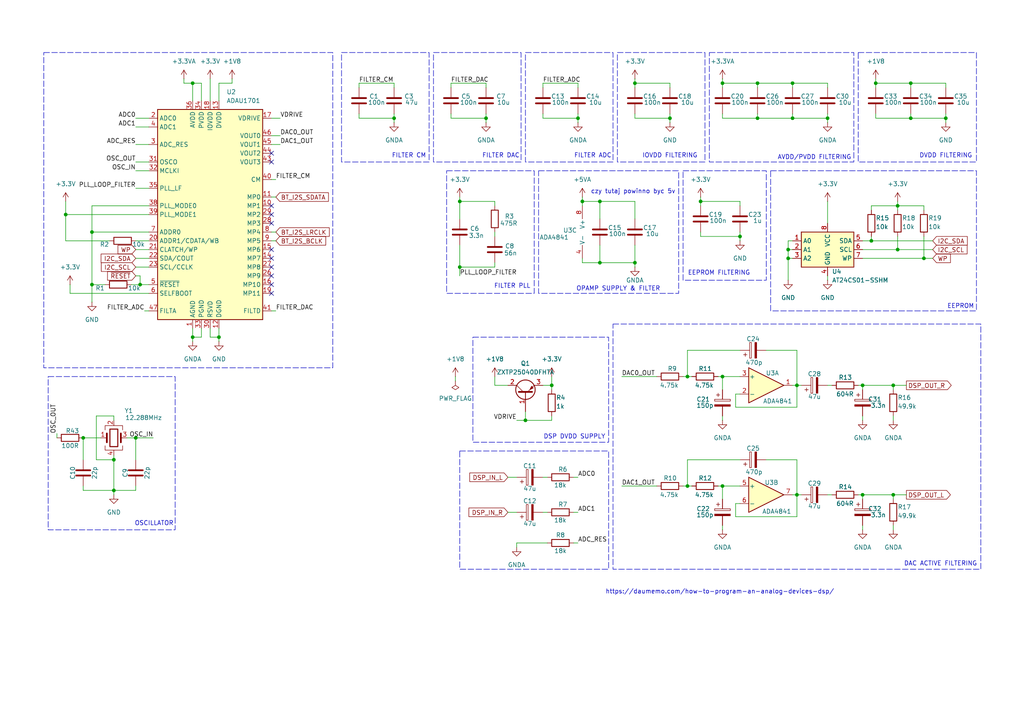
<source format=kicad_sch>
(kicad_sch (version 20231120) (generator "eeschema") (generator_version "8.0")
  (paper "A4")
  (junction (at 209.55 24.13))
  (junction (at 274.32 34.29))
  (junction (at 24.13 127))
  (junction (at 214.63 68.58))
  (junction (at 259.08 111.76))
  (junction (at 229.87 34.29))
  (junction (at 219.71 34.29))
  (junction (at 250.19 111.76))
  (junction (at 173.99 76.2))
  (junction (at 228.6 72.39))
  (junction (at 260.35 72.39))
  (junction (at 168.91 58.42))
  (junction (at 199.39 109.22))
  (junction (at 231.14 143.51))
  (junction (at 264.16 34.29))
  (junction (at 231.14 111.76))
  (junction (at 55.88 97.79))
  (junction (at 140.97 34.29))
  (junction (at 133.35 58.42))
  (junction (at 26.67 82.55))
  (junction (at 40.64 82.55))
  (junction (at 184.15 76.2))
  (junction (at 173.99 58.42))
  (junction (at 55.88 24.13))
  (junction (at 264.16 24.13))
  (junction (at 228.6 74.93))
  (junction (at 209.55 109.22))
  (junction (at 133.35 77.47))
  (junction (at 33.02 142.24))
  (junction (at 33.02 133.35))
  (junction (at 160.02 111.76))
  (junction (at 259.08 143.51))
  (junction (at 199.39 140.97))
  (junction (at 184.15 24.13))
  (junction (at 254 24.13))
  (junction (at 63.5 97.79))
  (junction (at 229.87 24.13))
  (junction (at 267.97 74.93))
  (junction (at 19.05 62.23))
  (junction (at 209.55 140.97))
  (junction (at 250.19 143.51))
  (junction (at 26.67 67.31))
  (junction (at 152.4 121.92))
  (junction (at 39.37 127))
  (junction (at 114.3 34.29))
  (junction (at 260.35 59.69))
  (junction (at 194.31 34.29))
  (junction (at 219.71 24.13))
  (junction (at 167.64 34.29))
  (junction (at 240.03 34.29))
  (junction (at 203.2 58.42))
  (junction (at 252.73 69.85))
  (no_connect (at 78.74 82.55))
  (no_connect (at 78.74 62.23))
  (no_connect (at 78.74 80.01))
  (no_connect (at 78.74 72.39))
  (no_connect (at 78.74 59.69))
  (no_connect (at 78.74 77.47))
  (no_connect (at 78.74 64.77))
  (no_connect (at 78.74 46.99))
  (no_connect (at 78.74 44.45))
  (no_connect (at 78.74 74.93))
  (no_connect (at 78.74 85.09))
  (wire (pts (xy 167.64 35.56) (xy 167.64 34.29)))
  (wire (pts (xy 41.91 90.17) (xy 43.18 90.17)))
  (wire (pts (xy 27.94 120.65) (xy 33.02 120.65)))
  (wire (pts (xy 209.55 109.22) (xy 214.63 109.22)))
  (wire (pts (xy 104.14 24.13) (xy 114.3 24.13)))
  (wire (pts (xy 26.67 82.55) (xy 30.48 82.55)))
  (wire (pts (xy 254 22.86) (xy 254 24.13)))
  (wire (pts (xy 231.14 143.51) (xy 229.87 143.51)))
  (wire (pts (xy 173.99 71.12) (xy 173.99 76.2)))
  (wire (pts (xy 180.34 140.97) (xy 190.5 140.97)))
  (wire (pts (xy 231.14 111.76) (xy 229.87 111.76)))
  (wire (pts (xy 250.19 111.76) (xy 259.08 111.76)))
  (wire (pts (xy 133.35 77.47) (xy 133.35 80.01)))
  (wire (pts (xy 166.37 148.59) (xy 167.64 148.59)))
  (wire (pts (xy 260.35 59.69) (xy 260.35 60.96)))
  (wire (pts (xy 33.02 120.65) (xy 33.02 121.92)))
  (wire (pts (xy 209.55 22.86) (xy 209.55 24.13)))
  (wire (pts (xy 184.15 76.2) (xy 184.15 77.47)))
  (wire (pts (xy 248.92 143.51) (xy 250.19 143.51)))
  (wire (pts (xy 203.2 58.42) (xy 214.63 58.42)))
  (wire (pts (xy 133.35 77.47) (xy 133.35 71.12)))
  (wire (pts (xy 250.19 143.51) (xy 250.19 144.78)))
  (wire (pts (xy 133.35 57.15) (xy 133.35 58.42)))
  (wire (pts (xy 16.51 125.73) (xy 16.51 127)))
  (wire (pts (xy 199.39 109.22) (xy 199.39 101.6)))
  (wire (pts (xy 149.86 157.48) (xy 158.75 157.48)))
  (wire (pts (xy 53.34 24.13) (xy 55.88 24.13)))
  (wire (pts (xy 26.67 87.63) (xy 26.67 82.55)))
  (wire (pts (xy 214.63 58.42) (xy 214.63 59.69)))
  (wire (pts (xy 209.55 33.02) (xy 209.55 34.29)))
  (wire (pts (xy 147.32 148.59) (xy 149.86 148.59)))
  (wire (pts (xy 157.48 34.29) (xy 167.64 34.29)))
  (wire (pts (xy 250.19 69.85) (xy 252.73 69.85)))
  (wire (pts (xy 264.16 24.13) (xy 264.16 25.4)))
  (wire (pts (xy 213.36 114.3) (xy 213.36 118.11)))
  (wire (pts (xy 219.71 24.13) (xy 229.87 24.13)))
  (wire (pts (xy 114.3 24.13) (xy 114.3 25.4)))
  (wire (pts (xy 184.15 76.2) (xy 184.15 71.12)))
  (wire (pts (xy 26.67 82.55) (xy 26.67 67.31)))
  (wire (pts (xy 228.6 72.39) (xy 228.6 74.93)))
  (wire (pts (xy 63.5 24.13) (xy 63.5 29.21)))
  (wire (pts (xy 39.37 133.35) (xy 39.37 127)))
  (wire (pts (xy 199.39 101.6) (xy 214.63 101.6)))
  (wire (pts (xy 209.55 24.13) (xy 209.55 25.4)))
  (wire (pts (xy 130.81 24.13) (xy 130.81 25.4)))
  (wire (pts (xy 160.02 111.76) (xy 160.02 113.03)))
  (wire (pts (xy 250.19 121.92) (xy 250.19 120.65)))
  (wire (pts (xy 274.32 35.56) (xy 274.32 34.29)))
  (wire (pts (xy 208.28 109.22) (xy 209.55 109.22)))
  (wire (pts (xy 149.86 121.92) (xy 152.4 121.92)))
  (wire (pts (xy 26.67 59.69) (xy 43.18 59.69)))
  (wire (pts (xy 24.13 142.24) (xy 24.13 140.97)))
  (wire (pts (xy 184.15 22.86) (xy 184.15 24.13)))
  (wire (pts (xy 209.55 34.29) (xy 219.71 34.29)))
  (wire (pts (xy 229.87 24.13) (xy 229.87 25.4)))
  (wire (pts (xy 39.37 36.83) (xy 43.18 36.83)))
  (wire (pts (xy 53.34 24.13) (xy 53.34 22.86)))
  (wire (pts (xy 231.14 111.76) (xy 232.41 111.76)))
  (wire (pts (xy 184.15 33.02) (xy 184.15 34.29)))
  (wire (pts (xy 250.19 74.93) (xy 267.97 74.93)))
  (wire (pts (xy 229.87 33.02) (xy 229.87 34.29)))
  (wire (pts (xy 114.3 33.02) (xy 114.3 34.29)))
  (wire (pts (xy 157.48 24.13) (xy 157.48 25.4)))
  (wire (pts (xy 213.36 146.05) (xy 213.36 149.86)))
  (wire (pts (xy 228.6 72.39) (xy 229.87 72.39)))
  (wire (pts (xy 209.55 152.4) (xy 209.55 153.67)))
  (wire (pts (xy 200.66 109.22) (xy 199.39 109.22)))
  (wire (pts (xy 168.91 76.2) (xy 173.99 76.2)))
  (wire (pts (xy 259.08 143.51) (xy 262.89 143.51)))
  (wire (pts (xy 78.74 67.31) (xy 80.01 67.31)))
  (wire (pts (xy 173.99 76.2) (xy 184.15 76.2)))
  (wire (pts (xy 80.01 90.17) (xy 78.74 90.17)))
  (wire (pts (xy 39.37 41.91) (xy 43.18 41.91)))
  (wire (pts (xy 254 33.02) (xy 254 34.29)))
  (wire (pts (xy 31.75 69.85) (xy 19.05 69.85)))
  (wire (pts (xy 250.19 72.39) (xy 260.35 72.39)))
  (wire (pts (xy 104.14 24.13) (xy 104.14 25.4)))
  (wire (pts (xy 231.14 143.51) (xy 232.41 143.51)))
  (wire (pts (xy 160.02 109.22) (xy 160.02 111.76)))
  (wire (pts (xy 33.02 133.35) (xy 27.94 133.35)))
  (wire (pts (xy 259.08 113.03) (xy 259.08 111.76)))
  (wire (pts (xy 114.3 35.56) (xy 114.3 34.29)))
  (wire (pts (xy 173.99 58.42) (xy 168.91 58.42)))
  (wire (pts (xy 180.34 109.22) (xy 190.5 109.22)))
  (wire (pts (xy 229.87 24.13) (xy 240.03 24.13)))
  (wire (pts (xy 228.6 74.93) (xy 228.6 81.28)))
  (wire (pts (xy 209.55 140.97) (xy 209.55 144.78)))
  (wire (pts (xy 38.1 82.55) (xy 40.64 82.55)))
  (wire (pts (xy 39.37 127) (xy 44.45 127)))
  (wire (pts (xy 43.18 67.31) (xy 26.67 67.31)))
  (wire (pts (xy 194.31 33.02) (xy 194.31 34.29)))
  (wire (pts (xy 39.37 80.01) (xy 40.64 80.01)))
  (wire (pts (xy 184.15 63.5) (xy 184.15 58.42)))
  (wire (pts (xy 240.03 35.56) (xy 240.03 34.29)))
  (wire (pts (xy 167.64 33.02) (xy 167.64 34.29)))
  (wire (pts (xy 147.32 111.76) (xy 143.51 111.76)))
  (wire (pts (xy 39.37 72.39) (xy 43.18 72.39)))
  (wire (pts (xy 168.91 57.15) (xy 168.91 58.42)))
  (wire (pts (xy 58.42 95.25) (xy 58.42 97.79)))
  (wire (pts (xy 248.92 111.76) (xy 250.19 111.76)))
  (wire (pts (xy 33.02 142.24) (xy 24.13 142.24)))
  (wire (pts (xy 194.31 35.56) (xy 194.31 34.29)))
  (wire (pts (xy 130.81 34.29) (xy 140.97 34.29)))
  (wire (pts (xy 240.03 33.02) (xy 240.03 34.29)))
  (wire (pts (xy 252.73 59.69) (xy 260.35 59.69)))
  (wire (pts (xy 264.16 24.13) (xy 274.32 24.13)))
  (wire (pts (xy 260.35 59.69) (xy 267.97 59.69)))
  (wire (pts (xy 60.96 22.86) (xy 60.96 29.21)))
  (wire (pts (xy 147.32 138.43) (xy 149.86 138.43)))
  (wire (pts (xy 133.35 63.5) (xy 133.35 58.42)))
  (wire (pts (xy 252.73 69.85) (xy 252.73 68.58)))
  (wire (pts (xy 130.81 24.13) (xy 140.97 24.13)))
  (wire (pts (xy 209.55 140.97) (xy 214.63 140.97)))
  (wire (pts (xy 168.91 58.42) (xy 168.91 59.69)))
  (wire (pts (xy 199.39 140.97) (xy 199.39 133.35)))
  (wire (pts (xy 184.15 24.13) (xy 194.31 24.13)))
  (wire (pts (xy 140.97 33.02) (xy 140.97 34.29)))
  (wire (pts (xy 39.37 34.29) (xy 43.18 34.29)))
  (wire (pts (xy 19.05 69.85) (xy 19.05 62.23)))
  (wire (pts (xy 173.99 63.5) (xy 173.99 58.42)))
  (wire (pts (xy 194.31 24.13) (xy 194.31 25.4)))
  (wire (pts (xy 231.14 149.86) (xy 231.14 143.51)))
  (wire (pts (xy 219.71 24.13) (xy 219.71 25.4)))
  (wire (pts (xy 157.48 24.13) (xy 167.64 24.13)))
  (wire (pts (xy 160.02 111.76) (xy 157.48 111.76)))
  (wire (pts (xy 231.14 133.35) (xy 222.25 133.35)))
  (wire (pts (xy 39.37 77.47) (xy 43.18 77.47)))
  (wire (pts (xy 240.03 143.51) (xy 241.3 143.51)))
  (wire (pts (xy 104.14 33.02) (xy 104.14 34.29)))
  (wire (pts (xy 143.51 67.31) (xy 143.51 68.58)))
  (wire (pts (xy 209.55 120.65) (xy 209.55 121.92)))
  (wire (pts (xy 259.08 144.78) (xy 259.08 143.51)))
  (wire (pts (xy 78.74 39.37) (xy 81.28 39.37)))
  (wire (pts (xy 157.48 33.02) (xy 157.48 34.29)))
  (wire (pts (xy 140.97 35.56) (xy 140.97 34.29)))
  (wire (pts (xy 24.13 127) (xy 24.13 133.35)))
  (wire (pts (xy 213.36 118.11) (xy 231.14 118.11)))
  (wire (pts (xy 33.02 132.08) (xy 33.02 133.35)))
  (wire (pts (xy 240.03 80.01) (xy 240.03 81.28)))
  (wire (pts (xy 63.5 95.25) (xy 63.5 97.79)))
  (wire (pts (xy 157.48 148.59) (xy 158.75 148.59)))
  (wire (pts (xy 19.05 62.23) (xy 19.05 58.42)))
  (wire (pts (xy 252.73 69.85) (xy 270.51 69.85)))
  (wire (pts (xy 143.51 111.76) (xy 143.51 109.22)))
  (wire (pts (xy 231.14 118.11) (xy 231.14 111.76)))
  (wire (pts (xy 132.08 110.49) (xy 132.08 109.22)))
  (wire (pts (xy 143.51 77.47) (xy 143.51 76.2)))
  (wire (pts (xy 274.32 33.02) (xy 274.32 34.29)))
  (wire (pts (xy 149.86 157.48) (xy 149.86 158.75)))
  (wire (pts (xy 166.37 157.48) (xy 167.64 157.48)))
  (wire (pts (xy 80.01 52.07) (xy 78.74 52.07)))
  (wire (pts (xy 208.28 140.97) (xy 209.55 140.97)))
  (wire (pts (xy 143.51 58.42) (xy 133.35 58.42)))
  (wire (pts (xy 214.63 146.05) (xy 213.36 146.05)))
  (wire (pts (xy 231.14 143.51) (xy 231.14 133.35)))
  (wire (pts (xy 43.18 85.09) (xy 20.32 85.09)))
  (wire (pts (xy 39.37 46.99) (xy 43.18 46.99)))
  (wire (pts (xy 274.32 24.13) (xy 274.32 25.4)))
  (wire (pts (xy 39.37 54.61) (xy 43.18 54.61)))
  (wire (pts (xy 250.19 143.51) (xy 259.08 143.51)))
  (wire (pts (xy 60.96 95.25) (xy 60.96 97.79)))
  (wire (pts (xy 252.73 60.96) (xy 252.73 59.69)))
  (wire (pts (xy 184.15 34.29) (xy 194.31 34.29)))
  (wire (pts (xy 67.31 22.86) (xy 67.31 24.13)))
  (wire (pts (xy 58.42 97.79) (xy 55.88 97.79)))
  (wire (pts (xy 33.02 133.35) (xy 33.02 142.24)))
  (wire (pts (xy 133.35 77.47) (xy 143.51 77.47)))
  (wire (pts (xy 143.51 59.69) (xy 143.51 58.42)))
  (wire (pts (xy 214.63 67.31) (xy 214.63 68.58)))
  (wire (pts (xy 219.71 33.02) (xy 219.71 34.29)))
  (wire (pts (xy 39.37 74.93) (xy 43.18 74.93)))
  (wire (pts (xy 20.32 82.55) (xy 20.32 85.09)))
  (wire (pts (xy 184.15 24.13) (xy 184.15 25.4)))
  (wire (pts (xy 209.55 109.22) (xy 209.55 113.03)))
  (wire (pts (xy 36.83 127) (xy 39.37 127)))
  (wire (pts (xy 203.2 57.15) (xy 203.2 58.42)))
  (wire (pts (xy 168.91 74.93) (xy 168.91 76.2)))
  (wire (pts (xy 219.71 34.29) (xy 229.87 34.29)))
  (wire (pts (xy 198.12 109.22) (xy 199.39 109.22)))
  (wire (pts (xy 166.37 138.43) (xy 167.64 138.43)))
  (wire (pts (xy 267.97 60.96) (xy 267.97 59.69)))
  (wire (pts (xy 203.2 68.58) (xy 214.63 68.58)))
  (wire (pts (xy 152.4 119.38) (xy 152.4 121.92)))
  (wire (pts (xy 240.03 58.42) (xy 240.03 64.77)))
  (wire (pts (xy 184.15 58.42) (xy 173.99 58.42)))
  (wire (pts (xy 209.55 24.13) (xy 219.71 24.13)))
  (wire (pts (xy 240.03 111.76) (xy 241.3 111.76)))
  (wire (pts (xy 58.42 29.21) (xy 58.42 24.13)))
  (wire (pts (xy 160.02 120.65) (xy 160.02 121.92)))
  (wire (pts (xy 39.37 49.53) (xy 43.18 49.53)))
  (wire (pts (xy 67.31 24.13) (xy 63.5 24.13)))
  (wire (pts (xy 240.03 24.13) (xy 240.03 25.4)))
  (wire (pts (xy 27.94 133.35) (xy 27.94 120.65)))
  (wire (pts (xy 260.35 72.39) (xy 260.35 68.58)))
  (wire (pts (xy 40.64 82.55) (xy 43.18 82.55)))
  (wire (pts (xy 198.12 140.97) (xy 199.39 140.97)))
  (wire (pts (xy 33.02 143.51) (xy 33.02 142.24)))
  (wire (pts (xy 157.48 138.43) (xy 158.75 138.43)))
  (wire (pts (xy 78.74 41.91) (xy 81.28 41.91)))
  (wire (pts (xy 78.74 69.85) (xy 80.01 69.85)))
  (wire (pts (xy 260.35 58.42) (xy 260.35 59.69)))
  (wire (pts (xy 250.19 153.67) (xy 250.19 152.4)))
  (wire (pts (xy 19.05 62.23) (xy 43.18 62.23)))
  (wire (pts (xy 250.19 111.76) (xy 250.19 113.03)))
  (wire (pts (xy 214.63 69.85) (xy 214.63 68.58)))
  (wire (pts (xy 267.97 74.93) (xy 267.97 68.58)))
  (wire (pts (xy 39.37 142.24) (xy 33.02 142.24)))
  (wire (pts (xy 39.37 140.97) (xy 39.37 142.24)))
  (wire (pts (xy 260.35 72.39) (xy 270.51 72.39)))
  (wire (pts (xy 140.97 24.13) (xy 140.97 25.4)))
  (wire (pts (xy 63.5 97.79) (xy 63.5 99.06)))
  (wire (pts (xy 199.39 133.35) (xy 214.63 133.35)))
  (wire (pts (xy 213.36 149.86) (xy 231.14 149.86)))
  (wire (pts (xy 229.87 69.85) (xy 228.6 69.85)))
  (wire (pts (xy 29.21 127) (xy 24.13 127)))
  (wire (pts (xy 203.2 58.42) (xy 203.2 59.69)))
  (wire (pts (xy 104.14 34.29) (xy 114.3 34.29)))
  (wire (pts (xy 26.67 59.69) (xy 26.67 67.31)))
  (wire (pts (xy 267.97 74.93) (xy 270.51 74.93)))
  (wire (pts (xy 259.08 120.65) (xy 259.08 121.92)))
  (wire (pts (xy 214.63 114.3) (xy 213.36 114.3)))
  (wire (pts (xy 254 24.13) (xy 254 25.4)))
  (wire (pts (xy 231.14 111.76) (xy 231.14 101.6)))
  (wire (pts (xy 167.64 24.13) (xy 167.64 25.4)))
  (wire (pts (xy 203.2 67.31) (xy 203.2 68.58)))
  (wire (pts (xy 228.6 74.93) (xy 229.87 74.93)))
  (wire (pts (xy 160.02 121.92) (xy 152.4 121.92)))
  (wire (pts (xy 231.14 101.6) (xy 222.25 101.6)))
  (wire (pts (xy 78.74 57.15) (xy 80.01 57.15)))
  (wire (pts (xy 55.88 24.13) (xy 55.88 29.21)))
  (wire (pts (xy 78.74 34.29) (xy 81.28 34.29)))
  (wire (pts (xy 264.16 34.29) (xy 274.32 34.29)))
  (wire (pts (xy 60.96 97.79) (xy 63.5 97.79)))
  (wire (pts (xy 200.66 140.97) (xy 199.39 140.97)))
  (wire (pts (xy 58.42 24.13) (xy 55.88 24.13)))
  (wire (pts (xy 254 34.29) (xy 264.16 34.29)))
  (wire (pts (xy 55.88 97.79) (xy 55.88 99.06)))
  (wire (pts (xy 259.08 111.76) (xy 262.89 111.76)))
  (wire (pts (xy 228.6 69.85) (xy 228.6 72.39)))
  (wire (pts (xy 229.87 34.29) (xy 240.03 34.29)))
  (wire (pts (xy 254 24.13) (xy 264.16 24.13)))
  (wire (pts (xy 55.88 95.25) (xy 55.88 97.79)))
  (wire (pts (xy 39.37 69.85) (xy 43.18 69.85)))
  (wire (pts (xy 130.81 33.02) (xy 130.81 34.29)))
  (wire (pts (xy 259.08 152.4) (xy 259.08 153.67)))
  (wire (pts (xy 264.16 33.02) (xy 264.16 34.29)))
  (wire (pts (xy 40.64 80.01) (xy 40.64 82.55)))
  (rectangle (start 248.92 15.24) (end 283.21 46.99) (stroke (width 0) (type dash)))
  (rectangle (start 198.12 49.53) (end 222.25 81.28) (stroke (width 0) (type dash)))
  (rectangle (start 13.97 109.22) (end 50.8 153.67) (stroke (width 0) (type dash)))
  (rectangle (start 152.4 15.24) (end 177.8 46.99) (stroke (width 0) (type dash)))
  (rectangle (start 223.52 49.53) (end 283.21 90.17) (stroke (width 0) (type dash)))
  (rectangle (start 129.54 49.53) (end 154.94 85.09) (stroke (width 0) (type dash)))
  (rectangle (start 156.21 49.53) (end 196.85 85.09) (stroke (width 0) (type dash)))
  (rectangle (start 179.07 15.24) (end 204.47 46.99) (stroke (width 0) (type dash)))
  (rectangle (start 12.7 15.24) (end 96.52 106.68) (stroke (width 0) (type dash)))
  (rectangle (start 99.06 15.24) (end 124.46 46.99) (stroke (width 0) (type dash)))
  (rectangle (start 133.35 130.81) (end 176.53 165.1) (stroke (width 0) (type dash)))
  (rectangle (start 177.8 93.98) (end 284.48 165.1) (stroke (width 0) (type dash)))
  (rectangle (start 205.74 15.24) (end 247.65 46.99) (stroke (width 0) (type dash)))
  (rectangle (start 137.16 97.79) (end 176.53 128.27) (stroke (width 0) (type dash)))
  (rectangle (start 125.73 15.24) (end 151.13 46.99) (stroke (width 0) (type dash)))
  (text "EEPROM" (at 278.638 88.9 0) (effects (font (size 1.27 1.27))))
  (text "DAC ACTIVE FILTERING" (at 272.796 163.576 0) (effects (font (size 1.27 1.27))))
  (text "AVDD/PVDD FILTERING" (at 236.22 45.72 0) (effects (font (size 1.27 1.27))))
  (text "FILTER PLL" (at 148.59 83.058 0) (effects (font (size 1.27 1.27))))
  (text "DVDD FILTERING" (at 274.32 45.212 0) (effects (font (size 1.27 1.27))))
  (text "https://daumemo.com/how-to-program-an-analog-devices-dsp/" (at 208.788 171.704 0) (effects (font (size 1.27 1.27))))
  (text "FILTER DAC" (at 145.288 45.212 0) (effects (font (size 1.27 1.27))))
  (text "OPAMP SUPPLY & FILTER" (at 179.324 83.82 0) (effects (font (size 1.27 1.27))))
  (text "czy tutaj powinno byc 5v" (at 183.642 55.626 0) (effects (font (size 1.27 1.27))))
  (text "EEPROM FILTERING" (at 208.534 79.248 0) (effects (font (size 1.27 1.27))))
  (text "FILTER ADC" (at 171.958 45.212 0) (effects (font (size 1.27 1.27))))
  (text "FILTER CM" (at 118.618 45.212 0) (effects (font (size 1.27 1.27))))
  (text "OSCILLATOR" (at 44.704 151.892 0) (effects (font (size 1.27 1.27))))
  (text "IOVDD FILTERING" (at 194.31 45.212 0) (effects (font (size 1.27 1.27))))
  (text "DSP DVDD SUPPLY" (at 166.624 126.746 0) (effects (font (size 1.27 1.27))))
  (label "FILTER_CM" (at 80.01 52.07 0))
  (label "OSC_IN" (at 39.37 49.53 180))
  (label "ADC_RES" (at 167.64 157.48 0))
  (label "ADC1" (at 39.37 36.83 180))
  (label "OSC_IN" (at 44.45 127 180))
  (label "OSC_OUT" (at 16.51 125.73 90))
  (label "PLL_LOOP_FILTER" (at 39.37 54.61 180))
  (label "ADC_RES" (at 39.37 41.91 180))
  (label "FILTER_CM" (at 104.14 24.13 0))
  (label "FILTER_DAC" (at 130.81 24.13 0))
  (label "OSC_OUT" (at 39.37 46.99 180))
  (label "DAC0_OUT" (at 180.34 109.22 0))
  (label "DAC1_OUT" (at 81.28 41.91 0))
  (label "DAC1_OUT" (at 180.34 140.97 0))
  (label "FILTER_ADC" (at 157.48 24.13 0))
  (label "ADC0" (at 39.37 34.29 180))
  (label "FILTER_DAC" (at 80.01 90.17 0))
  (label "VDRIVE" (at 149.86 121.92 180))
  (label "FILTER_ADC" (at 41.91 90.17 180))
  (label "DAC0_OUT" (at 81.28 39.37 0))
  (label "PLL_LOOP_FILTER" (at 133.35 80.01 0))
  (label "VDRIVE" (at 81.28 34.29 0))
  (label "ADC1" (at 167.64 148.59 0))
  (label "ADC0" (at 167.64 138.43 0))
  (global_label "WP" (shape input) (at 39.37 72.39 180) (property "Intersheetrefs" "${INTERSHEET_REFS}" (effects (hide yes))))
  (global_label "DSP_IN_R" (shape input) (at 147.32 148.59 180) (property "Intersheetrefs" "${INTERSHEET_REFS}" (effects (hide yes))))
  (global_label "I2C_SDA" (shape input) (at 270.51 69.85 0) (property "Intersheetrefs" "${INTERSHEET_REFS}" (effects (hide yes))))
  (global_label "I2C_SCL" (shape input) (at 39.37 77.47 180) (property "Intersheetrefs" "${INTERSHEET_REFS}" (effects (hide yes))))
  (global_label "BT_I2S_SDATA" (shape input) (at 80.01 57.15 0) (property "Intersheetrefs" "${INTERSHEET_REFS}" (effects (hide yes))))
  (global_label "I2C_SDA" (shape input) (at 39.37 74.93 180) (property "Intersheetrefs" "${INTERSHEET_REFS}" (effects (hide yes))))
  (global_label "I2C_SCL" (shape input) (at 270.51 72.39 0) (property "Intersheetrefs" "${INTERSHEET_REFS}" (effects (hide yes))))
  (global_label "DSP_OUT_R" (shape output) (at 262.89 111.76 0) (property "Intersheetrefs" "${INTERSHEET_REFS}" (effects (hide yes))))
  (global_label "BT_I2S_LRCLK" (shape input) (at 80.01 67.31 0) (property "Intersheetrefs" "${INTERSHEET_REFS}" (effects (hide yes))))
  (global_label "~{RESET}" (shape input) (at 39.37 80.01 180) (property "Intersheetrefs" "${INTERSHEET_REFS}" (effects (hide yes))))
  (global_label "DSP_OUT_L" (shape output) (at 262.89 143.51 0) (property "Intersheetrefs" "${INTERSHEET_REFS}" (effects (hide yes))))
  (global_label "DSP_IN_L" (shape input) (at 147.32 138.43 180) (property "Intersheetrefs" "${INTERSHEET_REFS}" (effects (hide yes))))
  (global_label "WP" (shape input) (at 270.51 74.93 0) (property "Intersheetrefs" "${INTERSHEET_REFS}" (effects (hide yes))))
  (global_label "BT_I2S_BCLK" (shape input) (at 80.01 69.85 0) (property "Intersheetrefs" "${INTERSHEET_REFS}" (effects (hide yes))))
  (symbol (lib_id "power:+3.3V") (at 19.05 58.42 0) (unit 1)
    (property "Reference" "#PWR010" (effects (hide yes)))
    (property "Value" "+3.3V" (at 19.05 53.34 0))
    (property "Description" "Power symbol creates a global label with name \"+3.3V\"" (effects (hide yes)))
  )
  (symbol (lib_id "power:GNDA") (at 209.55 121.92 0) (unit 1)
    (property "Reference" "#PWR036" (effects (hide yes)))
    (property "Value" "GNDA" (at 209.55 127 0))
    (property "Description" "Power symbol creates a global label with name \"GNDA\" , analog ground" (effects (hide yes)))
  )
  (symbol (lib_id "Device:C") (at 274.32 29.21 0) (unit 1)
    (property "Reference" "C35" (at 278.638 27.94 0))
    (property "Value" "10u" (at 279.4 29.718 0))
    (property "Footprint" "Capacitor_SMD:C_0603_1608Metric_Pad1.08x0.95mm_HandSolder" (effects (hide yes)))
    (property "Description" "Unpolarized capacitor" (effects (hide yes)))
  )
  (symbol (lib_id "Device:R") (at 204.47 109.22 90) (unit 1)
    (property "Reference" "R11" (at 206.502 106.934 90) (effects (justify left)))
    (property "Value" "4.75k" (at 207.01 111.76 90) (effects (justify left)))
    (property "Footprint" "Resistor_SMD:R_0603_1608Metric_Pad0.98x0.95mm_HandSolder" (effects (hide yes)))
    (property "Description" "Resistor" (effects (hide yes)))
  )
  (symbol (lib_id "power:+3.3VA") (at 209.55 22.86 0) (unit 1)
    (property "Reference" "#PWR035" (effects (hide yes)))
    (property "Value" "+3.3VA" (at 209.55 17.78 0))
    (property "Description" "Power symbol creates a global label with name \"+3.3VA\"" (effects (hide yes)))
  )
  (symbol (lib_id "power:PWR_FLAG") (at 132.08 110.49 180) (unit 1)
    (property "Reference" "#FLG011" (effects (hide yes)))
    (property "Value" "PWR_FLAG" (at 132.08 115.57 0))
    (property "Description" "Special symbol for telling ERC where power comes from" (effects (hide yes)))
  )
  (symbol (lib_id "Device:R") (at 194.31 140.97 90) (unit 1)
    (property "Reference" "R10" (at 196.342 138.684 90) (effects (justify left)))
    (property "Value" "4.75k" (at 196.85 143.51 90) (effects (justify left)))
    (property "Footprint" "Resistor_SMD:R_0603_1608Metric_Pad0.98x0.95mm_HandSolder" (effects (hide yes)))
    (property "Description" "Resistor" (effects (hide yes)))
  )
  (symbol (lib_id "power:GND") (at 26.67 87.63 0) (unit 1)
    (property "Reference" "#PWR012" (effects (hide yes)))
    (property "Value" "GND" (at 26.67 92.71 0))
    (property "Description" "Power symbol creates a global label with name \"GND\" , ground" (effects (hide yes)))
  )
  (symbol (lib_id "power:+3.3V") (at 60.96 22.86 0) (unit 1)
    (property "Reference" "#PWR017" (effects (hide yes)))
    (property "Value" "+3.3V" (at 60.96 17.78 0))
    (property "Description" "Power symbol creates a global label with name \"+3.3V\"" (effects (hide yes)))
  )
  (symbol (lib_id "power:+3.3V") (at 20.32 82.55 0) (unit 1)
    (property "Reference" "#PWR011" (effects (hide yes)))
    (property "Value" "+3.3V" (at 20.32 77.47 0))
    (property "Description" "Power symbol creates a global label with name \"+3.3V\"" (effects (hide yes)))
  )
  (symbol (lib_id "Device:R") (at 194.31 109.22 90) (unit 1)
    (property "Reference" "R9" (at 196.342 106.934 90) (effects (justify left)))
    (property "Value" "4.75k" (at 196.85 111.76 90) (effects (justify left)))
    (property "Footprint" "Resistor_SMD:R_0603_1608Metric_Pad0.98x0.95mm_HandSolder" (effects (hide yes)))
    (property "Description" "Resistor" (effects (hide yes)))
  )
  (symbol (lib_id "Device:Q_PNP_BCE") (at 152.4 114.3 90) (unit 1)
    (property "Reference" "Q1" (at 152.4 105.41 90))
    (property "Value" "ZXTP25040DFHTA" (at 152.4 107.95 90))
    (property "Footprint" "Package_TO_SOT_SMD:SOT-23" (effects (hide yes)))
    (property "Description" "PNP transistor, base/collector/emitter" (effects (hide yes)))
  )
  (symbol (lib_id "power:+3.3V") (at 133.35 57.15 0) (unit 1)
    (property "Reference" "#PWR023" (effects (hide yes)))
    (property "Value" "+3.3V" (at 133.35 52.07 0))
    (property "Description" "Power symbol creates a global label with name \"+3.3V\"" (effects (hide yes)))
  )
  (symbol (lib_id "Device:R") (at 245.11 143.51 90) (unit 1)
    (property "Reference" "R14" (at 247.142 141.224 90) (effects (justify left)))
    (property "Value" "604R" (at 247.65 146.05 90) (effects (justify left)))
    (property "Footprint" "Resistor_SMD:R_0603_1608Metric_Pad0.98x0.95mm_HandSolder" (effects (hide yes)))
    (property "Description" "Resistor" (effects (hide yes)))
  )
  (symbol (lib_id "Device:R") (at 252.73 64.77 0) (unit 1)
    (property "Reference" "R15" (at 254 63.246 0) (effects (justify left)))
    (property "Value" "10k" (at 254 65.786 0) (effects (justify left)))
    (property "Footprint" "Resistor_SMD:R_0603_1608Metric_Pad0.98x0.95mm_HandSolder" (effects (hide yes)))
    (property "Description" "Resistor" (effects (hide yes)))
  )
  (symbol (lib_id "Device:C") (at 157.48 29.21 0) (unit 1)
    (property "Reference" "C13" (at 161.798 27.94 0))
    (property "Value" "100n" (at 162.56 29.718 0))
    (property "Footprint" "Capacitor_SMD:C_0603_1608Metric_Pad1.08x0.95mm_HandSolder" (effects (hide yes)))
    (property "Description" "Unpolarized capacitor" (effects (hide yes)))
  )
  (symbol (lib_id "power:+3.3V") (at 203.2 57.15 0) (unit 1)
    (property "Reference" "#PWR034" (effects (hide yes)))
    (property "Value" "+3.3V" (at 203.2 52.07 0))
    (property "Description" "Power symbol creates a global label with name \"+3.3V\"" (effects (hide yes)))
  )
  (symbol (lib_id "Device:C") (at 114.3 29.21 0) (unit 1)
    (property "Reference" "C3" (at 118.618 27.94 0))
    (property "Value" "47u" (at 119.38 29.718 0))
    (property "Footprint" "Capacitor_SMD:C_0603_1608Metric_Pad1.08x0.95mm_HandSolder" (effects (hide yes)))
    (property "Description" "Unpolarized capacitor" (effects (hide yes)))
  )
  (symbol (lib_id "Amplifier_Operational:AD8606ARM") (at 222.25 143.51 0) (unit 2)
    (property "Reference" "U3" (at 223.774 139.954 0))
    (property "Value" "ADA4841" (at 225.298 148.336 0))
    (property "Footprint" "Package_SO:MSOP-8_3x3mm_P0.65mm" (effects (hide yes)))
    (property "Datasheet" "https://www.analog.com/media/en/technical-documentation/data-sheets/AD8605_8606_8608.pdf" (effects (hide yes)))
    (property "Description" "Dual Precision Low Noise, Low Input Bias Current, Wide Bandwidth Operational Amplifiers, MSOP-8" (effects (hide yes)))
  )
  (symbol (lib_id "power:GND") (at 240.03 81.28 0) (unit 1)
    (property "Reference" "#PWR042" (effects (hide yes)))
    (property "Value" "GND" (at 240.03 86.36 0))
    (property "Description" "Power symbol creates a global label with name \"GND\" , ground" (effects (hide yes)))
  )
  (symbol (lib_id "power:+1V8") (at 132.08 109.22 0) (unit 1)
    (property "Reference" "#PWR074" (effects (hide yes)))
    (property "Value" "+1V8" (at 132.08 104.14 0))
    (property "Description" "Power symbol creates a global label with name \"+1V8\"" (effects (hide yes)))
  )
  (symbol (lib_id "Device:R") (at 259.08 116.84 0) (unit 1)
    (property "Reference" "R16" (at 260.35 115.316 0) (effects (justify left)))
    (property "Value" "49.9k" (at 260.35 117.856 0) (effects (justify left)))
    (property "Footprint" "Resistor_SMD:R_0603_1608Metric_Pad0.98x0.95mm_HandSolder" (effects (hide yes)))
    (property "Description" "Resistor" (effects (hide yes)))
  )
  (symbol (lib_id "Device:R") (at 35.56 69.85 270) (unit 1)
    (property "Reference" "R2" (at 28.956 70.866 90) (effects (justify left)))
    (property "Value" "10k" (at 38.354 70.866 90) (effects (justify left)))
    (property "Footprint" "Resistor_SMD:R_0603_1608Metric_Pad0.98x0.95mm_HandSolder" (effects (hide yes)))
    (property "Description" "Resistor" (effects (hide yes)))
  )
  (symbol (lib_id "Device:C_Polarized") (at 250.19 116.84 0) (unit 1)
    (property "Reference" "C31" (at 253.746 115.824 0))
    (property "Value" "3.3n" (at 254.762 117.602 0))
    (property "Footprint" "Capacitor_SMD:C_0603_1608Metric_Pad1.08x0.95mm_HandSolder" (effects (hide yes)))
    (property "Description" "Polarized capacitor" (effects (hide yes)))
  )
  (symbol (lib_id "Device:C") (at 229.87 29.21 0) (unit 1)
    (property "Reference" "C27" (at 234.188 27.94 0))
    (property "Value" "100n" (at 234.95 29.718 0))
    (property "Footprint" "Capacitor_SMD:C_0603_1608Metric_Pad1.08x0.95mm_HandSolder" (effects (hide yes)))
    (property "Description" "Unpolarized capacitor" (effects (hide yes)))
  )
  (symbol (lib_id "Device:C") (at 104.14 29.21 0) (unit 1)
    (property "Reference" "C1" (at 108.458 27.94 0))
    (property "Value" "100n" (at 109.22 29.718 0))
    (property "Footprint" "Capacitor_SMD:C_0603_1608Metric_Pad1.08x0.95mm_HandSolder" (effects (hide yes)))
    (property "Description" "Unpolarized capacitor" (effects (hide yes)))
  )
  (symbol (lib_id "power:GNDA") (at 240.03 35.56 0) (unit 1)
    (property "Reference" "#PWR040" (effects (hide yes)))
    (property "Value" "GNDA" (at 240.03 40.64 0))
    (property "Description" "Power symbol creates a global label with name \"GNDA\" , analog ground" (effects (hide yes)))
  )
  (symbol (lib_id "power:GND") (at 214.63 69.85 0) (unit 1)
    (property "Reference" "#PWR038" (effects (hide yes)))
    (property "Value" "GND" (at 214.63 74.93 0))
    (property "Description" "Power symbol creates a global label with name \"GND\" , ground" (effects (hide yes)))
  )
  (symbol (lib_id "Device:R") (at 259.08 148.59 0) (unit 1)
    (property "Reference" "R17" (at 260.35 147.066 0) (effects (justify left)))
    (property "Value" "49.9k" (at 260.35 149.606 0) (effects (justify left)))
    (property "Footprint" "Resistor_SMD:R_0603_1608Metric_Pad0.98x0.95mm_HandSolder" (effects (hide yes)))
    (property "Description" "Resistor" (effects (hide yes)))
  )
  (symbol (lib_id "power:GNDA") (at 167.64 35.56 0) (unit 1)
    (property "Reference" "#PWR029" (effects (hide yes)))
    (property "Value" "GNDA" (at 167.64 40.64 0))
    (property "Description" "Power symbol creates a global label with name \"GNDA\" , analog ground" (effects (hide yes)))
  )
  (symbol (lib_id "Device:C") (at 209.55 29.21 0) (unit 1)
    (property "Reference" "C20" (at 213.868 27.94 0))
    (property "Value" "100n" (at 214.63 29.718 0))
    (property "Footprint" "Capacitor_SMD:C_0603_1608Metric_Pad1.08x0.95mm_HandSolder" (effects (hide yes)))
    (property "Description" "Unpolarized capacitor" (effects (hide yes)))
  )
  (symbol (lib_id "Device:Crystal_GND24") (at 33.02 127 0) (unit 1)
    (property "Reference" "Y1" (at 37.338 119.126 0))
    (property "Value" "12.288MHz" (at 41.656 121.158 0))
    (property "Footprint" "SkrzpkAmpLibs:ABM3B" (effects (hide yes)))
    (property "Description" "Four pin crystal, GND on pins 2 and 4" (effects (hide yes)))
  )
  (symbol (lib_id "Device:R") (at 162.56 138.43 90) (unit 1)
    (property "Reference" "R6" (at 164.592 136.144 90) (effects (justify left)))
    (property "Value" "18k" (at 164.338 140.716 90) (effects (justify left)))
    (property "Footprint" "Resistor_SMD:R_0603_1608Metric_Pad0.98x0.95mm_HandSolder" (effects (hide yes)))
    (property "Description" "Resistor" (effects (hide yes)))
  )
  (symbol (lib_id "Device:C") (at 240.03 29.21 0) (unit 1)
    (property "Reference" "C30" (at 244.348 27.94 0))
    (property "Value" "10u" (at 245.11 29.718 0))
    (property "Footprint" "Capacitor_SMD:C_0603_1608Metric_Pad1.08x0.95mm_HandSolder" (effects (hide yes)))
    (property "Description" "Unpolarized capacitor" (effects (hide yes)))
  )
  (symbol (lib_id "Device:C") (at 194.31 29.21 0) (unit 1)
    (property "Reference" "C18" (at 198.628 27.94 0))
    (property "Value" "10u" (at 199.39 29.718 0))
    (property "Footprint" "Capacitor_SMD:C_0603_1608Metric_Pad1.08x0.95mm_HandSolder" (effects (hide yes)))
    (property "Description" "Unpolarized capacitor" (effects (hide yes)))
  )
  (symbol (lib_id "Device:C") (at 39.37 137.16 180) (unit 1)
    (property "Reference" "C9" (at 36.322 137.16 90))
    (property "Value" "22p" (at 42.672 137.16 90))
    (property "Footprint" "Capacitor_SMD:C_0603_1608Metric_Pad1.08x0.95mm_HandSolder" (effects (hide yes)))
    (property "Description" "Unpolarized capacitor" (effects (hide yes)))
  )
  (symbol (lib_id "power:GND") (at 228.6 81.28 0) (unit 1)
    (property "Reference" "#PWR039" (effects (hide yes)))
    (property "Value" "GND" (at 228.6 86.36 0))
    (property "Description" "Power symbol creates a global label with name \"GND\" , ground" (effects (hide yes)))
  )
  (symbol (lib_id "power:GND") (at 33.02 143.51 0) (unit 1)
    (property "Reference" "#PWR054" (effects (hide yes)))
    (property "Value" "GND" (at 33.02 148.59 0))
    (property "Description" "Power symbol creates a global label with name \"GND\" , ground" (effects (hide yes)))
  )
  (symbol (lib_id "Device:R") (at 267.97 64.77 0) (unit 1)
    (property "Reference" "R19" (at 269.24 63.246 0) (effects (justify left)))
    (property "Value" "10k" (at 269.24 65.786 0) (effects (justify left)))
    (property "Footprint" "Resistor_SMD:R_0603_1608Metric_Pad0.98x0.95mm_HandSolder" (effects (hide yes)))
    (property "Description" "Resistor" (effects (hide yes)))
  )
  (symbol (lib_id "Device:C") (at 254 29.21 0) (unit 1)
    (property "Reference" "C33" (at 258.318 27.94 0))
    (property "Value" "100n" (at 259.08 29.718 0))
    (property "Footprint" "Capacitor_SMD:C_0603_1608Metric_Pad1.08x0.95mm_HandSolder" (effects (hide yes)))
    (property "Description" "Unpolarized capacitor" (effects (hide yes)))
  )
  (symbol (lib_id "Device:C_Polarized") (at 209.55 116.84 0) (unit 1)
    (property "Reference" "C21" (at 203.962 115.824 0))
    (property "Value" "150p" (at 204.47 117.602 0))
    (property "Footprint" "Capacitor_SMD:C_0603_1608Metric_Pad1.08x0.95mm_HandSolder" (effects (hide yes)))
    (property "Description" "Polarized capacitor" (effects (hide yes)))
  )
  (symbol (lib_id "DSP_AnalogDevices:ADAU1701") (at 60.96 62.23 0) (unit 1)
    (property "Reference" "U2" (at 65.6941 26.67 0) (effects (justify left)))
    (property "Value" "ADAU1701" (at 65.6941 29.21 0) (effects (justify left)))
    (property "Footprint" "Package_QFP:LQFP-48_7x7mm_P0.5mm" (effects (hide yes)))
    (property "Datasheet" "https://www.analog.com/media/en/technical-documentation/data-sheets/ADAU1701.pdf" (effects (hide yes)))
    (property "Description" "SigmaDSP 28-/56-Bit Audio Processor with Two ADCs and Four DACs, 50 MIPS, 1kword Program RAM, 2kword Data RAM, LQFP-48" (effects (hide yes)))
  )
  (symbol (lib_id "Device:C") (at 173.99 67.31 0) (unit 1)
    (property "Reference" "C15" (at 178.308 66.04 0))
    (property "Value" "100n" (at 179.07 67.818 0))
    (property "Footprint" "Capacitor_SMD:C_0603_1608Metric_Pad1.08x0.95mm_HandSolder" (effects (hide yes)))
    (property "Description" "Unpolarized capacitor" (effects (hide yes)))
  )
  (symbol (lib_id "power:GND") (at 274.32 35.56 0) (unit 1)
    (property "Reference" "#PWR049" (effects (hide yes)))
    (property "Value" "GND" (at 274.32 40.64 0))
    (property "Description" "Power symbol creates a global label with name \"GND\" , ground" (effects (hide yes)))
  )
  (symbol (lib_id "power:GNDA") (at 55.88 99.06 0) (unit 1)
    (property "Reference" "#PWR015" (effects (hide yes)))
    (property "Value" "GNDA" (at 55.88 104.14 0))
    (property "Description" "Power symbol creates a global label with name \"GNDA\" , analog ground" (effects (hide yes)))
  )
  (symbol (lib_id "Device:C_Polarized") (at 153.67 148.59 90) (unit 1)
    (property "Reference" "C12" (at 153.67 145.288 90))
    (property "Value" "47u" (at 153.67 151.892 90))
    (property "Footprint" "Capacitor_SMD:C_0603_1608Metric_Pad1.08x0.95mm_HandSolder" (effects (hide yes)))
    (property "Description" "Polarized capacitor" (effects (hide yes)))
  )
  (symbol (lib_id "Device:R") (at 162.56 157.48 90) (unit 1)
    (property "Reference" "R8" (at 162.56 155.194 90))
    (property "Value" "18k" (at 162.56 159.766 90))
    (property "Footprint" "Resistor_SMD:R_0603_1608Metric_Pad0.98x0.95mm_HandSolder" (effects (hide yes)))
    (property "Description" "Resistor" (effects (hide yes)))
  )
  (symbol (lib_id "Device:C") (at 219.71 29.21 0) (unit 1)
    (property "Reference" "C26" (at 224.028 27.94 0))
    (property "Value" "100n" (at 224.79 29.718 0))
    (property "Footprint" "Capacitor_SMD:C_0603_1608Metric_Pad1.08x0.95mm_HandSolder" (effects (hide yes)))
    (property "Description" "Unpolarized capacitor" (effects (hide yes)))
  )
  (symbol (lib_id "Device:C") (at 130.81 29.21 0) (unit 1)
    (property "Reference" "C5" (at 135.128 27.94 0))
    (property "Value" "100n" (at 135.89 29.718 0))
    (property "Footprint" "Capacitor_SMD:C_0603_1608Metric_Pad1.08x0.95mm_HandSolder" (effects (hide yes)))
    (property "Description" "Unpolarized capacitor" (effects (hide yes)))
  )
  (symbol (lib_id "power:+3.3V") (at 240.03 58.42 0) (unit 1)
    (property "Reference" "#PWR041" (effects (hide yes)))
    (property "Value" "+3.3V" (at 240.03 53.34 0))
    (property "Description" "Power symbol creates a global label with name \"+3.3V\"" (effects (hide yes)))
  )
  (symbol (lib_id "power:GNDA") (at 250.19 153.67 0) (unit 1)
    (property "Reference" "#PWR044" (effects (hide yes)))
    (property "Value" "GNDA" (at 250.19 158.75 0))
    (property "Description" "Power symbol creates a global label with name \"GNDA\" , analog ground" (effects (hide yes)))
  )
  (symbol (lib_id "Device:C_Polarized") (at 236.22 143.51 90) (unit 1)
    (property "Reference" "C29" (at 236.22 140.208 90))
    (property "Value" "47u" (at 236.22 146.812 90))
    (property "Footprint" "Capacitor_SMD:C_0603_1608Metric_Pad1.08x0.95mm_HandSolder" (effects (hide yes)))
    (property "Description" "Polarized capacitor" (effects (hide yes)))
  )
  (symbol (lib_id "Device:R") (at 143.51 63.5 180) (unit 1)
    (property "Reference" "R3" (at 149.098 62.738 0) (effects (justify left)))
    (property "Value" "475R" (at 150.114 64.77 0) (effects (justify left)))
    (property "Footprint" "Resistor_SMD:R_0603_1608Metric_Pad0.98x0.95mm_HandSolder" (effects (hide yes)))
    (property "Description" "Resistor" (effects (hide yes)))
  )
  (symbol (lib_id "Device:C") (at 214.63 63.5 0) (unit 1)
    (property "Reference" "C23" (at 218.948 62.23 0))
    (property "Value" "1u" (at 219.71 64.008 0))
    (property "Footprint" "Capacitor_SMD:C_0603_1608Metric_Pad1.08x0.95mm_HandSolder" (effects (hide yes)))
    (property "Description" "Unpolarized capacitor" (effects (hide yes)))
  )
  (symbol (lib_id "Device:C_Polarized") (at 250.19 148.59 0) (unit 1)
    (property "Reference" "C32" (at 253.746 147.574 0))
    (property "Value" "3.3n" (at 254.762 149.352 0))
    (property "Footprint" "Capacitor_SMD:C_0603_1608Metric_Pad1.08x0.95mm_HandSolder" (effects (hide yes)))
    (property "Description" "Polarized capacitor" (effects (hide yes)))
  )
  (symbol (lib_id "Device:C") (at 24.13 137.16 180) (unit 1)
    (property "Reference" "C10" (at 21.082 137.16 90))
    (property "Value" "22p" (at 27.432 137.16 90))
    (property "Footprint" "Capacitor_SMD:C_0603_1608Metric_Pad1.08x0.95mm_HandSolder" (effects (hide yes)))
    (property "Description" "Unpolarized capacitor" (effects (hide yes)))
  )
  (symbol (lib_id "Device:C") (at 143.51 72.39 180) (unit 1)
    (property "Reference" "C8" (at 147.828 71.374 0))
    (property "Value" "56n" (at 148.082 73.406 0))
    (property "Footprint" "Capacitor_SMD:C_0603_1608Metric_Pad1.08x0.95mm_HandSolder" (effects (hide yes)))
    (property "Description" "Unpolarized capacitor" (effects (hide yes)))
  )
  (symbol (lib_id "power:+1V8") (at 67.31 22.86 0) (unit 1)
    (property "Reference" "#PWR019" (effects (hide yes)))
    (property "Value" "+1V8" (at 67.31 17.78 0))
    (property "Description" "Power symbol creates a global label with name \"+1V8\"" (effects (hide yes)))
  )
  (symbol (lib_id "Device:R") (at 204.47 140.97 90) (unit 1)
    (property "Reference" "R12" (at 206.502 138.684 90) (effects (justify left)))
    (property "Value" "4.75k" (at 207.01 143.51 90) (effects (justify left)))
    (property "Footprint" "Resistor_SMD:R_0603_1608Metric_Pad0.98x0.95mm_HandSolder" (effects (hide yes)))
    (property "Description" "Resistor" (effects (hide yes)))
  )
  (symbol (lib_id "power:+5VA") (at 168.91 57.15 0) (unit 1)
    (property "Reference" "#PWR030" (effects (hide yes)))
    (property "Value" "+5VA" (at 168.91 52.07 0))
    (property "Description" "Power symbol creates a global label with name \"+5VA\"" (effects (hide yes)))
  )
  (symbol (lib_id "Memory_EEPROM:AT24CS01-SSHM") (at 240.03 72.39 0) (unit 1)
    (property "Reference" "U4" (at 241.3 78.74 0) (effects (justify left)))
    (property "Value" "AT24CS01-SSHM" (at 241.3 81.28 0) (effects (justify left)))
    (property "Footprint" "AT24CS01-SSHM:SOIC127P600X175-8N" (effects (hide yes)))
    (property "Datasheet" "http://ww1.microchip.com/downloads/en/DeviceDoc/Atmel-8815-SEEPROM-AT24CS01-02-Datasheet.pdf" (effects (hide yes)))
    (property "Description" "I2C Serial EEPROM, 1Kb (128x8) with Unique Serial Number, SO8" (effects (hide yes)))
  )
  (symbol (lib_id "power:GNDA") (at 259.08 153.67 0) (unit 1)
    (property "Reference" "#PWR047" (effects (hide yes)))
    (property "Value" "GNDA" (at 259.08 158.75 0))
    (property "Description" "Power symbol creates a global label with name \"GNDA\" , analog ground" (effects (hide yes)))
  )
  (symbol (lib_id "power:GNDA") (at 250.19 121.92 0) (unit 1)
    (property "Reference" "#PWR043" (effects (hide yes)))
    (property "Value" "GNDA" (at 250.19 127 0))
    (property "Description" "Power symbol creates a global label with name \"GNDA\" , analog ground" (effects (hide yes)))
  )
  (symbol (lib_id "Device:C") (at 167.64 29.21 0) (unit 1)
    (property "Reference" "C14" (at 171.958 27.94 0))
    (property "Value" "10u" (at 172.72 29.718 0))
    (property "Footprint" "Capacitor_SMD:C_0603_1608Metric_Pad1.08x0.95mm_HandSolder" (effects (hide yes)))
    (property "Description" "Unpolarized capacitor" (effects (hide yes)))
  )
  (symbol (lib_id "Device:C") (at 184.15 29.21 0) (unit 1)
    (property "Reference" "C16" (at 188.468 27.94 0))
    (property "Value" "100n" (at 189.23 29.718 0))
    (property "Footprint" "Capacitor_SMD:C_0603_1608Metric_Pad1.08x0.95mm_HandSolder" (effects (hide yes)))
    (property "Description" "Unpolarized capacitor" (effects (hide yes)))
  )
  (symbol (lib_id "power:+1V8") (at 143.51 109.22 0) (unit 1)
    (property "Reference" "#PWR026" (effects (hide yes)))
    (property "Value" "+1V8" (at 143.51 104.14 0))
    (property "Description" "Power symbol creates a global label with name \"+1V8\"" (effects (hide yes)))
  )
  (symbol (lib_id "Device:R") (at 162.56 148.59 90) (unit 1)
    (property "Reference" "R7" (at 164.592 146.304 90) (effects (justify left)))
    (property "Value" "18k" (at 164.338 150.876 90) (effects (justify left)))
    (property "Footprint" "Resistor_SMD:R_0603_1608Metric_Pad0.98x0.95mm_HandSolder" (effects (hide yes)))
    (property "Description" "Resistor" (effects (hide yes)))
  )
  (symbol (lib_id "power:+3.3V") (at 260.35 58.42 0) (unit 1)
    (property "Reference" "#PWR048" (effects (hide yes)))
    (property "Value" "+3.3V" (at 260.35 53.34 0))
    (property "Description" "Power symbol creates a global label with name \"+3.3V\"" (effects (hide yes)))
  )
  (symbol (lib_id "Device:C") (at 140.97 29.21 0) (unit 1)
    (property "Reference" "C7" (at 145.288 27.94 0))
    (property "Value" "10u" (at 146.05 29.718 0))
    (property "Footprint" "Capacitor_SMD:C_0603_1608Metric_Pad1.08x0.95mm_HandSolder" (effects (hide yes)))
    (property "Description" "Unpolarized capacitor" (effects (hide yes)))
  )
  (symbol (lib_id "Device:R") (at 20.32 127 270) (unit 1)
    (property "Reference" "R43" (at 19.05 124.968 90) (effects (justify left)))
    (property "Value" "100R" (at 17.78 129.286 90) (effects (justify left)))
    (property "Footprint" "Resistor_SMD:R_0603_1608Metric_Pad0.98x0.95mm_HandSolder" (effects (hide yes)))
    (property "Description" "Resistor" (effects (hide yes)))
  )
  (symbol (lib_id "Device:C") (at 184.15 67.31 0) (unit 1)
    (property "Reference" "C17" (at 188.468 66.04 0))
    (property "Value" "10u" (at 189.23 67.818 0))
    (property "Footprint" "Capacitor_SMD:C_0603_1608Metric_Pad1.08x0.95mm_HandSolder" (effects (hide yes)))
    (property "Description" "Unpolarized capacitor" (effects (hide yes)))
  )
  (symbol (lib_id "power:GNDA") (at 149.86 158.75 0) (unit 1)
    (property "Reference" "#PWR027" (effects (hide yes)))
    (property "Value" "GNDA" (at 149.86 163.83 0))
    (property "Description" "Power symbol creates a global label with name \"GNDA\" , analog ground" (effects (hide yes)))
  )
  (symbol (lib_id "Device:C") (at 133.35 67.31 180) (unit 1)
    (property "Reference" "C6" (at 137.668 66.294 0))
    (property "Value" "3.3n" (at 138.176 68.326 0))
    (property "Footprint" "Capacitor_SMD:C_0603_1608Metric_Pad1.08x0.95mm_HandSolder" (effects (hide yes)))
    (property "Description" "Unpolarized capacitor" (effects (hide yes)))
  )
  (symbol (lib_id "power:+3.3V") (at 184.15 22.86 0) (unit 1)
    (property "Reference" "#PWR031" (effects (hide yes)))
    (property "Value" "+3.3V" (at 184.15 17.78 0))
    (property "Description" "Power symbol creates a global label with name \"+3.3V\"" (effects (hide yes)))
  )
  (symbol (lib_id "power:GNDA") (at 209.55 153.67 0) (unit 1)
    (property "Reference" "#PWR037" (effects (hide yes)))
    (property "Value" "GNDA" (at 209.55 158.75 0))
    (property "Description" "Power symbol creates a global label with name \"GNDA\" , analog ground" (effects (hide yes)))
  )
  (symbol (lib_id "Device:C") (at 203.2 63.5 0) (unit 1)
    (property "Reference" "C19" (at 207.518 62.23 0))
    (property "Value" "100n" (at 208.28 64.008 0))
    (property "Footprint" "Capacitor_SMD:C_0603_1608Metric_Pad1.08x0.95mm_HandSolder" (effects (hide yes)))
    (property "Description" "Unpolarized capacitor" (effects (hide yes)))
  )
  (symbol (lib_id "Device:C") (at 264.16 29.21 0) (unit 1)
    (property "Reference" "C34" (at 268.478 27.94 0))
    (property "Value" "100n" (at 269.24 29.718 0))
    (property "Footprint" "Capacitor_SMD:C_0603_1608Metric_Pad1.08x0.95mm_HandSolder" (effects (hide yes)))
    (property "Description" "Unpolarized capacitor" (effects (hide yes)))
  )
  (symbol (lib_id "power:GND") (at 63.5 99.06 0) (unit 1)
    (property "Reference" "#PWR018" (effects (hide yes)))
    (property "Value" "GND" (at 63.5 104.14 0))
    (property "Description" "Power symbol creates a global label with name \"GND\" , ground" (effects (hide yes)))
  )
  (symbol (lib_id "Device:R") (at 160.02 116.84 0) (unit 1)
    (property "Reference" "R4" (at 161.29 115.316 0) (effects (justify left)))
    (property "Value" "1k" (at 161.29 117.856 0) (effects (justify left)))
    (property "Footprint" "Resistor_SMD:R_0603_1608Metric_Pad0.98x0.95mm_HandSolder" (effects (hide yes)))
    (property "Description" "Resistor" (effects (hide yes)))
  )
  (symbol (lib_id "power:+3.3VA") (at 53.34 22.86 0) (unit 1)
    (property "Reference" "#PWR014" (effects (hide yes)))
    (property "Value" "+3.3VA" (at 53.34 17.78 0))
    (property "Description" "Power symbol creates a global label with name \"+3.3VA\"" (effects (hide yes)))
  )
  (symbol (lib_id "power:GNDA") (at 114.3 35.56 0) (unit 1)
    (property "Reference" "#PWR020" (effects (hide yes)))
    (property "Value" "GNDA" (at 114.3 40.64 0))
    (property "Description" "Power symbol creates a global label with name \"GNDA\" , analog ground" (effects (hide yes)))
  )
  (symbol (lib_id "power:GNDA") (at 140.97 35.56 0) (unit 1)
    (property "Reference" "#PWR024" (effects (hide yes)))
    (property "Value" "GNDA" (at 140.97 40.64 0))
    (property "Description" "Power symbol creates a global label with name \"GNDA\" , analog ground" (effects (hide yes)))
  )
  (symbol (lib_id "power:+3.3V") (at 160.02 109.22 0) (unit 1)
    (property "Reference" "#PWR028" (effects (hide yes)))
    (property "Value" "+3.3V" (at 160.02 104.14 0))
    (property "Description" "Power symbol creates a global label with name \"+3.3V\"" (effects (hide yes)))
  )
  (symbol (lib_id "Device:C_Polarized") (at 218.44 133.35 90) (unit 1)
    (property "Reference" "C25" (at 218.44 130.048 90))
    (property "Value" "470p" (at 218.694 136.906 90))
    (property "Footprint" "Capacitor_SMD:C_0603_1608Metric_Pad1.08x0.95mm_HandSolder" (effects (hide yes)))
    (property "Description" "Polarized capacitor" (effects (hide yes)))
  )
  (symbol (lib_id "Device:R") (at 34.29 82.55 270) (unit 1)
    (property "Reference" "R1" (at 27.686 83.566 90) (effects (justify left)))
    (property "Value" "10k" (at 37.084 83.566 90) (effects (justify left)))
    (property "Footprint" "Resistor_SMD:R_0603_1608Metric_Pad0.98x0.95mm_HandSolder" (effects (hide yes)))
    (property "Description" "Resistor" (effects (hide yes)))
  )
  (symbol (lib_id "Device:C_Polarized") (at 209.55 148.59 0) (unit 1)
    (property "Reference" "C22" (at 203.962 147.574 0))
    (property "Value" "150p" (at 204.47 149.352 0))
    (property "Footprint" "Capacitor_SMD:C_0603_1608Metric_Pad1.08x0.95mm_HandSolder" (effects (hide yes)))
    (property "Description" "Polarized capacitor" (effects (hide yes)))
  )
  (symbol (lib_id "Device:C_Polarized") (at 153.67 138.43 90) (unit 1)
    (property "Reference" "C11" (at 153.67 135.128 90))
    (property "Value" "47u" (at 153.67 141.732 90))
    (property "Footprint" "Capacitor_SMD:C_0603_1608Metric_Pad1.08x0.95mm_HandSolder" (effects (hide yes)))
    (property "Description" "Polarized capacitor" (effects (hide yes)))
  )
  (symbol (lib_id "Amplifier_Operational:AD8606ARM") (at 222.25 111.76 0) (unit 1)
    (property "Reference" "U3" (at 224.028 108.204 0))
    (property "Value" "ADA4841" (at 225.552 116.332 0))
    (property "Footprint" "Package_SO:MSOP-8_3x3mm_P0.65mm" (effects (hide yes)))
    (property "Datasheet" "https://www.analog.com/media/en/technical-documentation/data-sheets/AD8605_8606_8608.pdf" (effects (hide yes)))
    (property "Description" "Dual Precision Low Noise, Low Input Bias Current, Wide Bandwidth Operational Amplifiers, MSOP-8" (effects (hide yes)))
  )
  (symbol (lib_id "Device:R") (at 245.11 111.76 90) (unit 1)
    (property "Reference" "R13" (at 247.142 109.474 90) (effects (justify left)))
    (property "Value" "604R" (at 247.65 114.3 90) (effects (justify left)))
    (property "Footprint" "Resistor_SMD:R_0603_1608Metric_Pad0.98x0.95mm_HandSolder" (effects (hide yes)))
    (property "Description" "Resistor" (effects (hide yes)))
  )
  (symbol (lib_id "Device:R") (at 260.35 64.77 0) (unit 1)
    (property "Reference" "R18" (at 261.62 63.246 0) (effects (justify left)))
    (property "Value" "10k" (at 261.62 65.786 0) (effects (justify left)))
    (property "Footprint" "Resistor_SMD:R_0603_1608Metric_Pad0.98x0.95mm_HandSolder" (effects (hide yes)))
    (property "Description" "Resistor" (effects (hide yes)))
  )
  (symbol (lib_id "Device:C_Polarized") (at 236.22 111.76 90) (unit 1)
    (property "Reference" "C28" (at 236.22 108.458 90))
    (property "Value" "47u" (at 236.22 115.062 90))
    (property "Footprint" "Capacitor_SMD:C_0603_1608Metric_Pad1.08x0.95mm_HandSolder" (effects (hide yes)))
    (property "Description" "Polarized capacitor" (effects (hide yes)))
  )
  (symbol (lib_id "power:+1V8") (at 254 22.86 0) (unit 1)
    (property "Reference" "#PWR045" (effects (hide yes)))
    (property "Value" "+1V8" (at 254 17.78 0))
    (property "Description" "Power symbol creates a global label with name \"+1V8\"" (effects (hide yes)))
  )
  (symbol (lib_id "power:GNDA") (at 259.08 121.92 0) (unit 1)
    (property "Reference" "#PWR046" (effects (hide yes)))
    (property "Value" "GNDA" (at 259.08 127 0))
    (property "Description" "Power symbol creates a global label with name \"GNDA\" , analog ground" (effects (hide yes)))
  )
  (symbol (lib_id "power:GNDA") (at 184.15 77.47 0) (unit 1)
    (property "Reference" "#PWR032" (effects (hide yes)))
    (property "Value" "GNDA" (at 184.15 81.28 0))
    (property "Description" "Power symbol creates a global label with name \"GNDA\" , analog ground" (effects (hide yes)))
  )
  (symbol (lib_id "Amplifier_Operational:AD8606ARM") (at 171.45 67.31 0) (unit 3)
    (property "Reference" "U3" (at 163.322 66.802 0) (effects (justify left)))
    (property "Value" "ADA4841" (at 156.464 68.834 0) (effects (justify left)))
    (property "Footprint" "Package_SO:MSOP-8_3x3mm_P0.65mm" (effects (hide yes)))
    (property "Datasheet" "https://www.analog.com/media/en/technical-documentation/data-sheets/AD8605_8606_8608.pdf" (effects (hide yes)))
    (property "Description" "Dual Precision Low Noise, Low Input Bias Current, Wide Bandwidth Operational Amplifiers, MSOP-8" (effects (hide yes)))
  )
  (symbol (lib_id "Device:C_Polarized") (at 218.44 101.6 90) (unit 1)
    (property "Reference" "C24" (at 218.44 98.298 90))
    (property "Value" "470p" (at 218.694 105.156 90))
    (property "Footprint" "Capacitor_SMD:C_0603_1608Metric_Pad1.08x0.95mm_HandSolder" (effects (hide yes)))
    (property "Description" "Polarized capacitor" (effects (hide yes)))
  )
  (symbol (lib_id "power:GND") (at 194.31 35.56 0) (unit 1)
    (property "Reference" "#PWR033" (effects (hide yes)))
    (property "Value" "GND" (at 194.31 40.64 0))
    (property "Description" "Power symbol creates a global label with name \"GND\" , ground" (effects (hide yes)))
  )
)
</source>
